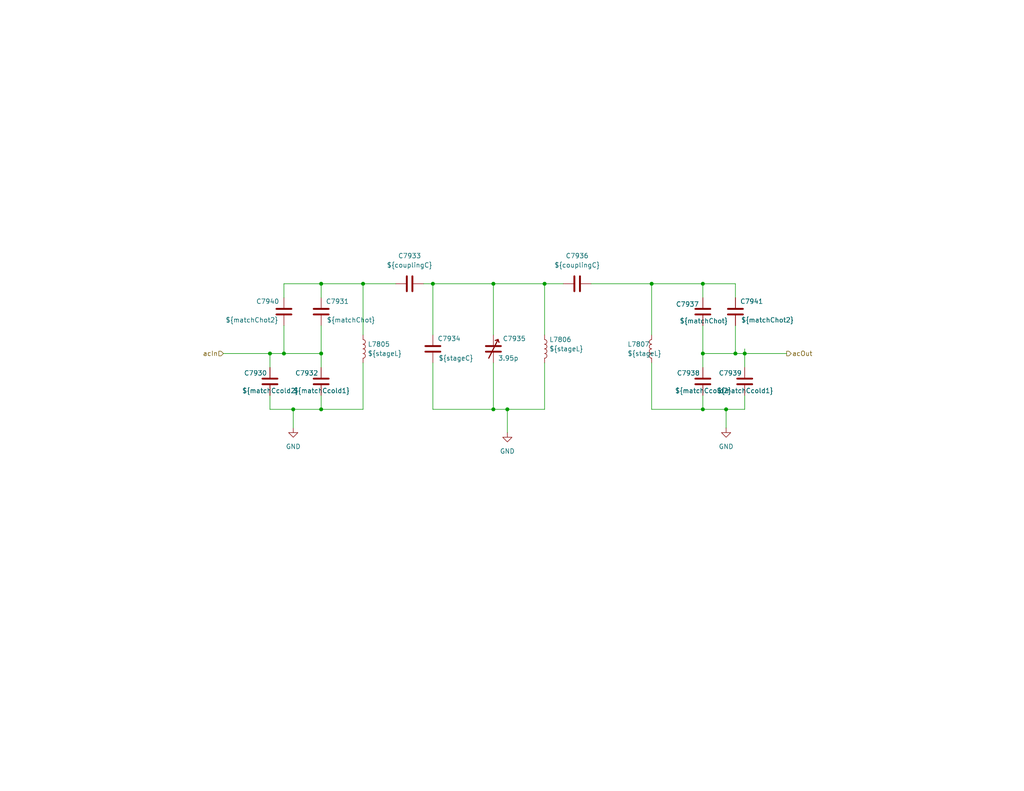
<source format=kicad_sch>
(kicad_sch (version 20250114) (generator "eeschema") (generator_version "9.0")
  (paper "USLetter")
  (title_block (company "WB7NAB"))
  (lib_symbols
    (symbol "Device:C" (pin_numbers (hide yes)) (pin_names (offset 0.254))
      (property "Reference" "C" (at 0.635 2.54 0))
      (property "Value" "C" (at 0.635 -2.54 0))
      (symbol "C_0_1"
        (polyline (pts (xy -2.032 0.762) (xy 2.032 0.762)) (stroke (width 0.508)))
        (polyline (pts (xy -2.032 -0.762) (xy 2.032 -0.762)) (stroke (width 0.508)))
      )
      (symbol "C_1_1"
        (pin passive line (at 0 3.81 270) (length 2.794) (name "~") (number "1"))
        (pin passive line (at 0 -3.81 90) (length 2.794) (name "~") (number "2"))
      )
    )
    (symbol "Device:L" (pin_numbers (hide yes)) (pin_names (offset 1.016) (hide yes))
      (property "Reference" "L" (at -1.27 0 90))
      (property "Value" "L" (at 1.905 0 90))
      (symbol "L_0_1"
        (arc (start 0 2.54) (mid 0.6323 1.905) (end 0 1.27))
        (arc (start 0 1.27) (mid 0.6323 0.635) (end 0 0))
        (arc (start 0 0) (mid 0.6323 -0.635) (end 0 -1.27))
        (arc (start 0 -1.27) (mid 0.6323 -1.905) (end 0 -2.54))
      )
      (symbol "L_1_1"
        (pin passive line (at 0 3.81 270) (length 1.27) (name "1") (number "1"))
        (pin passive line (at 0 -3.81 90) (length 1.27) (name "2") (number "2"))
      )
    )
    (symbol "PCM_Capacitor_AKL:C_Trim_Vishay_BFC2-808_D7.5mm_Hole" (pin_numbers (hide yes)) (pin_names (offset 0.254) (hide yes))
      (property "Reference" "C" (at 2.54 1.27 0))
      (property "Value" "C_Trim_Vishay_BFC2-808_D7.5mm_Hole" (at 2.54 -1.27 0))
      (symbol "C_Trim_Vishay_BFC2-808_D7.5mm_Hole_0_1"
        (polyline (pts (xy -2.032 0.762) (xy 2.032 0.762)) (stroke (width 0.508)))
        (polyline (pts (xy -2.032 -0.762) (xy 2.032 -0.762)) (stroke (width 0.508)))
        (polyline (pts (xy 1.27 2.54) (xy -1.27 -2.54)) (stroke (width 0.3048)))
        (polyline (pts (xy 1.27 2.54) (xy 0.508 2.286)) (stroke (width 0.3048)))
        (polyline (pts (xy 1.27 2.54) (xy 1.524 1.778)) (stroke (width 0.3048)))
      )
      (symbol "C_Trim_Vishay_BFC2-808_D7.5mm_Hole_0_2"
        (polyline (pts (xy -2.54 -2.54) (xy -0.381 -0.381)))
        (polyline (pts (xy -0.508 -0.508) (xy -1.651 0.635)) (stroke (width 0.508)))
        (polyline (pts (xy -0.508 -0.508) (xy 0.635 -1.651)) (stroke (width 0.508)))
        (polyline (pts (xy 0 0) (xy -0.762 -2.54)) (stroke (width 0.3048)))
        (polyline (pts (xy 0.381 0.381) (xy 2.54 2.54)))
        (polyline (pts (xy 0.508 0.508) (xy -0.635 1.651)) (stroke (width 0.508)))
        (polyline (pts (xy 0.508 0.508) (xy 1.651 -0.635)) (stroke (width 0.508)))
        (polyline (pts (xy 0.762 2.54) (xy 0 2.159)) (stroke (width 0.3048)))
        (polyline (pts (xy 0.762 2.54) (xy 0 0)) (stroke (width 0.3048)))
        (polyline (pts (xy 0.762 2.54) (xy 1.143 1.778)) (stroke (width 0.3048)))
      )
      (symbol "C_Trim_Vishay_BFC2-808_D7.5mm_Hole_1_1"
        (pin passive line (at 0 3.81 270) (length 3.048) (name "~") (number "1"))
        (pin passive line (at 0 -3.81 90) (length 3.048) (name "~") (number "2"))
      )
      (symbol "C_Trim_Vishay_BFC2-808_D7.5mm_Hole_1_2"
        (pin passive line (at -2.54 -2.54 90) (length 0) (name "~") (number "2"))
        (pin passive line (at 2.54 2.54 270) (length 0) (name "~") (number "1"))
      )
    )
    (symbol "power:GND" (power) (pin_numbers (hide yes)) (pin_names (offset 0) (hide yes))
      (property "Value" "GND" (at 0 -3.81 0))
      (symbol "GND_0_1"
        (polyline (pts (xy 0 0) (xy 0 -1.27) (xy 1.27 -1.27) (xy 0 -2.54) (xy -1.27 -1.27) (xy 0 -1.27)))
      )
      (symbol "GND_1_1"
        (pin power_in line (at 0 0 270) (length 0) (name "~") (number "1"))
      )
    )
  )
  (junction (at 87.63 77.47))
  (junction (at 134.62 77.47))
  (junction (at 200.66 96.52))
  (junction (at 191.77 77.47))
  (junction (at 80.01 111.76))
  (junction (at 198.12 111.76))
  (junction (at 191.77 111.76))
  (junction (at 148.59 77.47))
  (junction (at 177.8 77.47))
  (junction (at 134.62 111.76))
  (junction (at 77.47 96.52))
  (junction (at 203.2 96.52))
  (junction (at 73.66 96.52))
  (junction (at 138.43 111.76))
  (junction (at 87.63 111.76))
  (junction (at 191.77 96.52))
  (junction (at 118.11 77.47))
  (junction (at 99.06 77.47))
  (junction (at 87.63 96.52))
  (wire (pts (xy 87.63 88.9) (xy 87.63 96.52)))
  (wire (pts (xy 191.77 96.52) (xy 191.77 100.33)))
  (wire (pts (xy 148.59 99.06) (xy 148.59 111.76)))
  (wire (pts (xy 80.01 111.76) (xy 73.66 111.76)))
  (wire (pts (xy 198.12 111.76) (xy 198.12 116.84)))
  (wire (pts (xy 99.06 77.47) (xy 99.06 91.44)))
  (wire (pts (xy 99.06 99.06) (xy 99.06 111.76)))
  (wire (pts (xy 80.01 111.76) (xy 87.63 111.76)))
  (wire (pts (xy 134.62 99.06) (xy 134.62 111.76)))
  (wire (pts (xy 118.11 91.44) (xy 118.11 77.47)))
  (wire (pts (xy 73.66 96.52) (xy 73.66 100.33)))
  (wire (pts (xy 200.66 96.52) (xy 203.2 96.52)))
  (wire (pts (xy 134.62 77.47) (xy 134.62 91.44)))
  (wire (pts (xy 161.29 77.47) (xy 177.8 77.47)))
  (wire (pts (xy 77.47 96.52) (xy 73.66 96.52)))
  (wire (pts (xy 203.2 111.76) (xy 198.12 111.76)))
  (wire (pts (xy 80.01 111.76) (xy 80.01 116.84)))
  (wire (pts (xy 60.96 96.52) (xy 73.66 96.52)))
  (wire (pts (xy 73.66 107.95) (xy 73.66 111.76)))
  (wire (pts (xy 148.59 77.47) (xy 153.67 77.47)))
  (wire (pts (xy 87.63 81.28) (xy 87.63 77.47)))
  (wire (pts (xy 87.63 96.52) (xy 77.47 96.52)))
  (wire (pts (xy 115.57 77.47) (xy 118.11 77.47)))
  (wire (pts (xy 177.8 77.47) (xy 177.8 91.44)))
  (wire (pts (xy 87.63 77.47) (xy 99.06 77.47)))
  (wire (pts (xy 177.8 77.47) (xy 191.77 77.47)))
  (wire (pts (xy 200.66 81.28) (xy 200.66 77.47)))
  (wire (pts (xy 99.06 77.47) (xy 107.95 77.47)))
  (wire (pts (xy 138.43 118.11) (xy 138.43 111.76)))
  (wire (pts (xy 87.63 100.33) (xy 87.63 96.52)))
  (wire (pts (xy 118.11 111.76) (xy 118.11 99.06)))
  (wire (pts (xy 77.47 88.9) (xy 77.47 96.52)))
  (wire (pts (xy 134.62 77.47) (xy 148.59 77.47)))
  (wire (pts (xy 87.63 107.95) (xy 87.63 111.76)))
  (wire (pts (xy 191.77 88.9) (xy 191.77 96.52)))
  (wire (pts (xy 203.2 96.52) (xy 214.63 96.52)))
  (wire (pts (xy 138.43 111.76) (xy 148.59 111.76)))
  (wire (pts (xy 200.66 77.47) (xy 191.77 77.47)))
  (wire (pts (xy 200.66 88.9) (xy 200.66 96.52)))
  (wire (pts (xy 77.47 81.28) (xy 77.47 77.47)))
  (wire (pts (xy 148.59 77.47) (xy 148.59 91.44)))
  (wire (pts (xy 87.63 111.76) (xy 99.06 111.76)))
  (wire (pts (xy 118.11 77.47) (xy 134.62 77.47)))
  (wire (pts (xy 138.43 111.76) (xy 134.62 111.76)))
  (wire (pts (xy 191.77 77.47) (xy 191.77 81.28)))
  (wire (pts (xy 177.8 99.06) (xy 177.8 111.76)))
  (wire (pts (xy 203.2 96.52) (xy 203.2 100.33)))
  (wire (pts (xy 191.77 96.52) (xy 200.66 96.52)))
  (wire (pts (xy 118.11 111.76) (xy 134.62 111.76)))
  (wire (pts (xy 198.12 111.76) (xy 191.77 111.76)))
  (wire (pts (xy 177.8 111.76) (xy 191.77 111.76)))
  (wire (pts (xy 77.47 77.47) (xy 87.63 77.47)))
  (wire (pts (xy 203.2 107.95) (xy 203.2 111.76)))
  (wire (pts (xy 203.2 96.52) (xy 203.2 95.25)))
  (wire (pts (xy 191.77 107.95) (xy 191.77 111.76)))
  (hierarchical_label "acOut" (shape output) (at 214.63 96.52 0))
  (hierarchical_label "acIn" (shape input) (at 60.96 96.52 180))
  (symbol (lib_id "Device:C") (at 73.66 104.14 0) (unit 1)
    (property "Reference" "C7930" (at 66.548 101.854 0) (effects (justify left)))
    (property "Value" "${matchCcold2}" (at 66.04 106.68 0) (effects (justify left)))
    (property "Description" "Unpolarized capacitor" (effects (hide yes)))
  )
  (symbol (lib_id "Device:C") (at 203.2 104.14 0) (unit 1)
    (property "Reference" "C7939" (at 196.088 101.854 0) (effects (justify left)))
    (property "Value" "${matchCcold1}" (at 195.58 106.68 0) (effects (justify left)))
    (property "Description" "Unpolarized capacitor" (effects (hide yes)))
  )
  (symbol (lib_id "Device:C") (at 111.76 77.47 90) (unit 1)
    (property "Reference" "C7933" (at 111.76 69.85 90))
    (property "Value" "${couplingC}" (at 111.76 72.39 90))
    (property "Description" "Unpolarized capacitor" (effects (hide yes)))
  )
  (symbol (lib_id "Device:L") (at 148.59 95.25 0) (unit 1)
    (property "Reference" "L7806" (at 149.86 92.7099 0) (effects (justify left)))
    (property "Value" "${stageL}" (at 149.86 95.2499 0) (effects (justify left)))
    (property "Description" "Inductor" (effects (hide yes)))
  )
  (symbol (lib_id "Device:C") (at 87.63 85.09 0) (unit 1)
    (property "Reference" "C7931" (at 88.9 82.296 0) (effects (justify left)))
    (property "Value" "${matchChot}" (at 89.154 87.376 0) (effects (justify left)))
    (property "Description" "Unpolarized capacitor" (effects (hide yes)))
  )
  (symbol (lib_id "Device:C") (at 200.66 85.09 0) (unit 1)
    (property "Reference" "C7941" (at 201.93 82.296 0) (effects (justify left)))
    (property "Value" "${matchChot2}" (at 202.184 87.376 0) (effects (justify left)))
    (property "Description" "Unpolarized capacitor" (effects (hide yes)))
  )
  (symbol (lib_id "Device:C") (at 191.77 104.14 0) (unit 1)
    (property "Reference" "C7938" (at 184.658 101.854 0) (effects (justify left)))
    (property "Value" "${matchCcold2}" (at 184.15 106.68 0) (effects (justify left)))
    (property "Description" "Unpolarized capacitor" (effects (hide yes)))
  )
  (symbol (lib_id "Device:C") (at 118.11 95.25 0) (unit 1)
    (property "Reference" "C7934" (at 119.38 92.456 0) (effects (justify left)))
    (property "Value" "${stageC}" (at 119.634 97.79 0) (effects (justify left)))
    (property "Description" "Unpolarized capacitor" (effects (hide yes)))
  )
  (symbol (lib_id "Device:C") (at 77.47 85.09 0) (mirror y) (unit 1)
    (property "Reference" "C7940" (at 76.2 82.296 0) (effects (justify left)))
    (property "Value" "${matchChot2}" (at 75.946 87.376 0) (effects (justify left)))
    (property "Description" "Unpolarized capacitor" (effects (hide yes)))
  )
  (symbol (lib_id "power:GND") (at 138.43 118.11 0) (unit 1)
    (property "Reference" "#PWR07838" (effects (hide yes)))
    (property "Value" "GND" (at 138.43 123.19 0))
    (property "Description" "Power symbol creates a global label with name \"GND\" , ground" (effects (hide yes)))
  )
  (symbol (lib_id "power:GND") (at 198.12 116.84 0) (mirror y) (unit 1)
    (property "Reference" "#PWR07839" (effects (hide yes)))
    (property "Value" "GND" (at 198.12 121.92 0))
    (property "Description" "Power symbol creates a global label with name \"GND\" , ground" (effects (hide yes)))
  )
  (symbol (lib_id "Device:C") (at 157.48 77.47 90) (unit 1)
    (property "Reference" "C7936" (at 157.48 69.85 90))
    (property "Value" "${couplingC}" (at 157.48 72.39 90))
    (property "Description" "Unpolarized capacitor" (effects (hide yes)))
  )
  (symbol (lib_id "Device:C") (at 191.77 85.09 0) (unit 1)
    (property "Reference" "C7937" (at 184.404 83.058 0) (effects (justify left)))
    (property "Value" "${matchChot}" (at 185.42 87.63 0) (effects (justify left)))
    (property "Description" "Unpolarized capacitor" (effects (hide yes)))
  )
  (symbol (lib_id "Device:L") (at 177.8 95.25 0) (mirror y) (unit 1)
    (property "Reference" "L7807" (at 171.196 93.98 0) (effects (justify right)))
    (property "Value" "${stageL}" (at 171.196 96.52 0) (effects (justify right)))
    (property "Description" "Inductor" (effects (hide yes)))
  )
  (symbol (lib_id "Device:L") (at 99.06 95.25 0) (unit 1)
    (property "Reference" "L7805" (at 100.33 93.9799 0) (effects (justify left)))
    (property "Value" "${stageL}" (at 100.33 96.5199 0) (effects (justify left)))
    (property "Description" "Inductor" (effects (hide yes)))
  )
  (symbol (lib_id "power:GND") (at 80.01 116.84 0) (unit 1)
    (property "Reference" "#PWR07837" (effects (hide yes)))
    (property "Value" "GND" (at 80.01 121.92 0))
    (property "Description" "Power symbol creates a global label with name \"GND\" , ground" (effects (hide yes)))
  )
  (symbol (lib_id "PCM_Capacitor_AKL:C_Trim_Vishay_BFC2-808_D7.5mm_Hole") (at 134.62 95.25 0) (unit 1)
    (property "Reference" "C7935" (at 137.16 92.456 0) (effects (justify left)))
    (property "Value" "3.95p" (at 135.89 97.79 0) (effects (justify left)))
    (property "Footprint" "PCM_Capacitor_THT_AKL:C_Trimmer_BFC2-808_L7.3mm_W5.5mm_P5.6mm_Hole" (effects (hide yes)))
    (property "Datasheet" "https://www.vishay.com/docs/28527/bfc2808-75mm.pdf" (effects (hide yes)))
    (property "Description" "THT Variable Capacitor, Vishay BFC2-808 Series, 7.5mm Diameter, With PCB Hole, Alternate KiCad Library" (effects (hide yes)))
    (property "Sim.Device" "C" (effects (hide yes)))
    (property "Sim.Pins" "1=+ 2=-" (effects (hide yes)))
  )
  (symbol (lib_id "Device:C") (at 87.63 104.14 0) (unit 1)
    (property "Reference" "C7932" (at 80.518 101.854 0) (effects (justify left)))
    (property "Value" "${matchCcold1}" (at 80.01 106.68 0) (effects (justify left)))
    (property "Description" "Unpolarized capacitor" (effects (hide yes)))
  )
)
</source>
